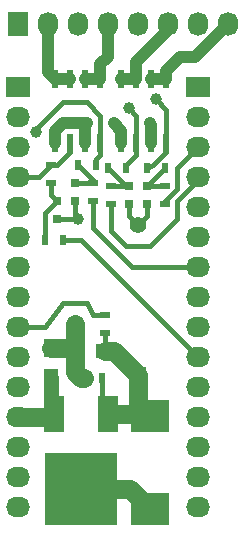
<source format=gbr>
G04 #@! TF.FileFunction,Copper,L1,Top,Signal*
%FSLAX46Y46*%
G04 Gerber Fmt 4.6, Leading zero omitted, Abs format (unit mm)*
G04 Created by KiCad (PCBNEW 4.0.5+dfsg1-4~bpo8+1) date Mon Aug  6 16:38:55 2018*
%MOMM*%
%LPD*%
G01*
G04 APERTURE LIST*
%ADD10C,0.100000*%
%ADD11R,0.600000X1.550000*%
%ADD12R,1.500000X1.250000*%
%ADD13R,1.250000X1.500000*%
%ADD14R,1.397000X1.397000*%
%ADD15C,1.397000*%
%ADD16R,2.032000X1.727200*%
%ADD17O,2.032000X1.727200*%
%ADD18R,1.727200X2.032000*%
%ADD19O,1.727200X2.032000*%
%ADD20R,3.200000X2.700000*%
%ADD21R,1.651000X3.048000*%
%ADD22R,6.096000X6.096000*%
%ADD23R,0.900000X0.500000*%
%ADD24R,0.500000X0.900000*%
%ADD25R,0.750000X0.800000*%
%ADD26C,1.000000*%
%ADD27C,0.381000*%
%ADD28C,1.600000*%
%ADD29C,1.000000*%
%ADD30C,1.300000*%
G04 APERTURE END LIST*
D10*
D11*
X35433000Y-40546000D03*
X36703000Y-40546000D03*
X37973000Y-40546000D03*
X39243000Y-40546000D03*
X39243000Y-35146000D03*
X37973000Y-35146000D03*
X36703000Y-35146000D03*
X35433000Y-35146000D03*
D12*
X39604000Y-58166000D03*
X37104000Y-58166000D03*
D13*
X35052000Y-60432000D03*
X35052000Y-57932000D03*
D14*
X42418000Y-60198000D03*
D15*
X42418000Y-47498000D03*
D16*
X32258000Y-35814000D03*
D17*
X32258000Y-38354000D03*
X32258000Y-40894000D03*
X32258000Y-43434000D03*
X32258000Y-45974000D03*
X32258000Y-48514000D03*
X32258000Y-51054000D03*
X32258000Y-53594000D03*
X32258000Y-56134000D03*
X32258000Y-58674000D03*
X32258000Y-61214000D03*
X32258000Y-63754000D03*
X32258000Y-66294000D03*
X32258000Y-68834000D03*
X32258000Y-71374000D03*
D16*
X47498000Y-35814000D03*
D17*
X47498000Y-38354000D03*
X47498000Y-40894000D03*
X47498000Y-43434000D03*
X47498000Y-45974000D03*
X47498000Y-48514000D03*
X47498000Y-51054000D03*
X47498000Y-53594000D03*
X47498000Y-56134000D03*
X47498000Y-58674000D03*
X47498000Y-61214000D03*
X47498000Y-63754000D03*
X47498000Y-66294000D03*
X47498000Y-68834000D03*
X47498000Y-71374000D03*
D18*
X32258000Y-30480000D03*
D19*
X34798000Y-30480000D03*
X37338000Y-30480000D03*
X39878000Y-30480000D03*
X42418000Y-30480000D03*
X44958000Y-30480000D03*
X47498000Y-30480000D03*
X50038000Y-30480000D03*
D20*
X43434000Y-63614000D03*
X43434000Y-71514000D03*
D21*
X39878000Y-63500000D03*
D22*
X37592000Y-69850000D03*
D21*
X35306000Y-63500000D03*
D11*
X41021000Y-40546000D03*
X42291000Y-40546000D03*
X43561000Y-40546000D03*
X44831000Y-40546000D03*
X44831000Y-35146000D03*
X43561000Y-35146000D03*
X42291000Y-35146000D03*
X41021000Y-35146000D03*
D23*
X35052000Y-42430000D03*
X35052000Y-43930000D03*
X39624000Y-55130000D03*
X39624000Y-56630000D03*
D24*
X38850000Y-42418000D03*
X37350000Y-42418000D03*
X39358000Y-60452000D03*
X37858000Y-60452000D03*
X41390000Y-42672000D03*
X39890000Y-42672000D03*
X43192000Y-42672000D03*
X44692000Y-42672000D03*
X34556000Y-48768000D03*
X36056000Y-48768000D03*
D23*
X38608000Y-43954000D03*
X38608000Y-45454000D03*
X40132000Y-44208000D03*
X40132000Y-45708000D03*
X44704000Y-44208000D03*
X44704000Y-45708000D03*
D25*
X35560000Y-45478000D03*
X35560000Y-46978000D03*
X37084000Y-43954000D03*
X37084000Y-45454000D03*
X41656000Y-44208000D03*
X41656000Y-45708000D03*
X43180000Y-44208000D03*
X43180000Y-45708000D03*
D26*
X40386000Y-38862000D03*
X38100000Y-38862000D03*
X43434000Y-38862000D03*
X37084000Y-55880000D03*
X37338000Y-46990000D03*
X33782000Y-39624000D03*
X41656000Y-37592000D03*
X43942000Y-36830000D03*
D27*
X39624000Y-56630000D02*
X39624000Y-58146000D01*
X39624000Y-58146000D02*
X39604000Y-58166000D01*
X39358000Y-60452000D02*
X39358000Y-62980000D01*
X39358000Y-62980000D02*
X39878000Y-63500000D01*
D28*
X39604000Y-58166000D02*
X40386000Y-58166000D01*
X40386000Y-58166000D02*
X42418000Y-60198000D01*
X42418000Y-60198000D02*
X42418000Y-62598000D01*
X42418000Y-62598000D02*
X43434000Y-63614000D01*
X39878000Y-63500000D02*
X43320000Y-63500000D01*
X43320000Y-63500000D02*
X43434000Y-63614000D01*
D29*
X41021000Y-40546000D02*
X41021000Y-39497000D01*
X41021000Y-39497000D02*
X40386000Y-38862000D01*
X35433000Y-40546000D02*
X35433000Y-39497000D01*
X37973000Y-38989000D02*
X38100000Y-38862000D01*
X37973000Y-38989000D02*
X37973000Y-40546000D01*
X36068000Y-38862000D02*
X38100000Y-38862000D01*
X35433000Y-39497000D02*
X36068000Y-38862000D01*
X43561000Y-40546000D02*
X43561000Y-38989000D01*
X43561000Y-38989000D02*
X43434000Y-38862000D01*
D28*
X37104000Y-58166000D02*
X37104000Y-55900000D01*
X37104000Y-55900000D02*
X37084000Y-55880000D01*
D27*
X37084000Y-45454000D02*
X37084000Y-46736000D01*
X37326000Y-46978000D02*
X37338000Y-46990000D01*
X37326000Y-46978000D02*
X35560000Y-46978000D01*
X37084000Y-46736000D02*
X37338000Y-46990000D01*
X43180000Y-45708000D02*
X43180000Y-46736000D01*
X43180000Y-46736000D02*
X42418000Y-47498000D01*
X41656000Y-45708000D02*
X41656000Y-46736000D01*
X41656000Y-46736000D02*
X42418000Y-47498000D01*
D28*
X37858000Y-60452000D02*
X37592000Y-60452000D01*
X37104000Y-59964000D02*
X37104000Y-58166000D01*
X37592000Y-60452000D02*
X37104000Y-59964000D01*
X35052000Y-57932000D02*
X36870000Y-57932000D01*
X36870000Y-57932000D02*
X37104000Y-58166000D01*
X32258000Y-63754000D02*
X35052000Y-63754000D01*
X35052000Y-63754000D02*
X35306000Y-63500000D01*
D30*
X35052000Y-60432000D02*
X35052000Y-63246000D01*
X35052000Y-63246000D02*
X35306000Y-63500000D01*
D27*
X35052000Y-42430000D02*
X35548000Y-42430000D01*
X35548000Y-42430000D02*
X36703000Y-41275000D01*
X36703000Y-41275000D02*
X36703000Y-40546000D01*
X32258000Y-43434000D02*
X34048000Y-43434000D01*
X34048000Y-43434000D02*
X35052000Y-42430000D01*
X35052000Y-42430000D02*
X35064000Y-42430000D01*
X39243000Y-40546000D02*
X39243000Y-38227000D01*
X33782000Y-39370000D02*
X33782000Y-39624000D01*
X36068000Y-37084000D02*
X33782000Y-39370000D01*
X38100000Y-37084000D02*
X36068000Y-37084000D01*
X39243000Y-38227000D02*
X38100000Y-37084000D01*
X38850000Y-42418000D02*
X38850000Y-41922000D01*
X39243000Y-41529000D02*
X39243000Y-40546000D01*
X38850000Y-41922000D02*
X39243000Y-41529000D01*
X38850000Y-42418000D02*
X38850000Y-42430000D01*
X42291000Y-40546000D02*
X42291000Y-38227000D01*
X42291000Y-38227000D02*
X41656000Y-37592000D01*
X41390000Y-42672000D02*
X41390000Y-42430000D01*
X42291000Y-41529000D02*
X42291000Y-40546000D01*
X41390000Y-42430000D02*
X42291000Y-41529000D01*
X44831000Y-40546000D02*
X44831000Y-37719000D01*
X44831000Y-37719000D02*
X43942000Y-36830000D01*
X43192000Y-42672000D02*
X43676000Y-42430000D01*
X43676000Y-42430000D02*
X44831000Y-41275000D01*
X44831000Y-41275000D02*
X44831000Y-40546000D01*
X39624000Y-55130000D02*
X38620000Y-55130000D01*
X34544000Y-56134000D02*
X32258000Y-56134000D01*
X36068000Y-54102000D02*
X34544000Y-56134000D01*
X38100000Y-54102000D02*
X36068000Y-54102000D01*
X38620000Y-55130000D02*
X38100000Y-54102000D01*
X40132000Y-45708000D02*
X40132000Y-48006000D01*
X45720000Y-45466000D02*
X47498000Y-43688000D01*
X45720000Y-46990000D02*
X45720000Y-45466000D01*
X43434000Y-49276000D02*
X45720000Y-46990000D01*
X41402000Y-49276000D02*
X43434000Y-49276000D01*
X40132000Y-48006000D02*
X41402000Y-49276000D01*
X47498000Y-43688000D02*
X47498000Y-43434000D01*
X38608000Y-45454000D02*
X38608000Y-47752000D01*
X41910000Y-51054000D02*
X47498000Y-51054000D01*
X38608000Y-47752000D02*
X41910000Y-51054000D01*
X36056000Y-48768000D02*
X37592000Y-48768000D01*
X37592000Y-48768000D02*
X47498000Y-58674000D01*
X44704000Y-45708000D02*
X44704000Y-45466000D01*
X44704000Y-45466000D02*
X45720000Y-44450000D01*
X45720000Y-42672000D02*
X47498000Y-40894000D01*
X45720000Y-44450000D02*
X45720000Y-42672000D01*
X44704000Y-45708000D02*
X44716000Y-45708000D01*
D29*
X34798000Y-30480000D02*
X34798000Y-34511000D01*
X34798000Y-34511000D02*
X35433000Y-35146000D01*
X35433000Y-35146000D02*
X36703000Y-35146000D01*
X39878000Y-30480000D02*
X39878000Y-33241000D01*
X39243000Y-33876000D02*
X39243000Y-35146000D01*
X39878000Y-33241000D02*
X39243000Y-33876000D01*
X39243000Y-35146000D02*
X37973000Y-35146000D01*
X44958000Y-30480000D02*
X44958000Y-30988000D01*
X44958000Y-30988000D02*
X42291000Y-33655000D01*
X42291000Y-33655000D02*
X42291000Y-35146000D01*
X42291000Y-35146000D02*
X41021000Y-35146000D01*
X50038000Y-30480000D02*
X47244000Y-33274000D01*
X45974000Y-33274000D02*
X44831000Y-34417000D01*
X47244000Y-33274000D02*
X45974000Y-33274000D01*
X44831000Y-34417000D02*
X44831000Y-35146000D01*
X44831000Y-35146000D02*
X43561000Y-35146000D01*
D28*
X37592000Y-69850000D02*
X41770000Y-69850000D01*
X41770000Y-69850000D02*
X43434000Y-71514000D01*
D27*
X34556000Y-48768000D02*
X34556000Y-46482000D01*
X34556000Y-46482000D02*
X35560000Y-45478000D01*
X35052000Y-43930000D02*
X35052000Y-44970000D01*
X35052000Y-44970000D02*
X35560000Y-45478000D01*
X37084000Y-43954000D02*
X38608000Y-43954000D01*
X38608000Y-43954000D02*
X38608000Y-43676000D01*
X38608000Y-43676000D02*
X37350000Y-42418000D01*
X40132000Y-44208000D02*
X41656000Y-44208000D01*
X41656000Y-44208000D02*
X41426000Y-44208000D01*
X41426000Y-44208000D02*
X39890000Y-42672000D01*
X44704000Y-44208000D02*
X43180000Y-44208000D01*
X43180000Y-44208000D02*
X43180000Y-44184000D01*
X43180000Y-44184000D02*
X44692000Y-42672000D01*
X44692000Y-44196000D02*
X44704000Y-44208000D01*
M02*

</source>
